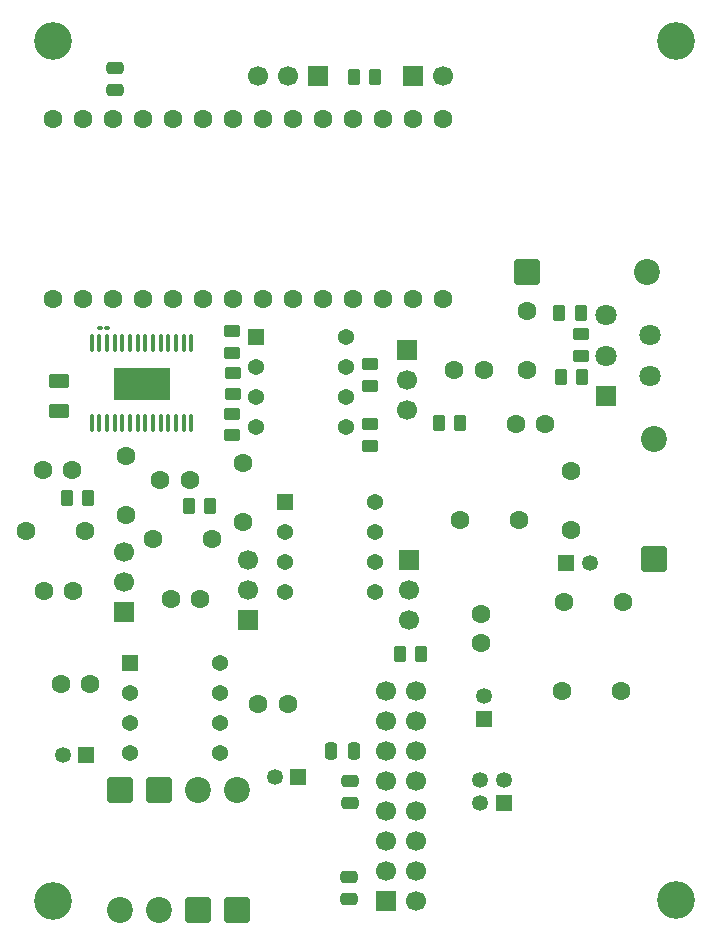
<source format=gbr>
%TF.GenerationSoftware,KiCad,Pcbnew,9.0.5-9.0.5~ubuntu24.04.1*%
%TF.CreationDate,2025-12-28T13:44:13+09:00*%
%TF.ProjectId,bdm-reverb,62646d2d-7265-4766-9572-622e6b696361,rev?*%
%TF.SameCoordinates,Original*%
%TF.FileFunction,Soldermask,Top*%
%TF.FilePolarity,Negative*%
%FSLAX46Y46*%
G04 Gerber Fmt 4.6, Leading zero omitted, Abs format (unit mm)*
G04 Created by KiCad (PCBNEW 9.0.5-9.0.5~ubuntu24.04.1) date 2025-12-28 13:44:13*
%MOMM*%
%LPD*%
G01*
G04 APERTURE LIST*
G04 Aperture macros list*
%AMRoundRect*
0 Rectangle with rounded corners*
0 $1 Rounding radius*
0 $2 $3 $4 $5 $6 $7 $8 $9 X,Y pos of 4 corners*
0 Add a 4 corners polygon primitive as box body*
4,1,4,$2,$3,$4,$5,$6,$7,$8,$9,$2,$3,0*
0 Add four circle primitives for the rounded corners*
1,1,$1+$1,$2,$3*
1,1,$1+$1,$4,$5*
1,1,$1+$1,$6,$7*
1,1,$1+$1,$8,$9*
0 Add four rect primitives between the rounded corners*
20,1,$1+$1,$2,$3,$4,$5,0*
20,1,$1+$1,$4,$5,$6,$7,0*
20,1,$1+$1,$6,$7,$8,$9,0*
20,1,$1+$1,$8,$9,$2,$3,0*%
G04 Aperture macros list end*
%ADD10C,1.600000*%
%ADD11R,1.350000X1.350000*%
%ADD12C,1.350000*%
%ADD13RoundRect,0.250000X-0.475000X0.250000X-0.475000X-0.250000X0.475000X-0.250000X0.475000X0.250000X0*%
%ADD14RoundRect,0.250000X-0.250000X-0.475000X0.250000X-0.475000X0.250000X0.475000X-0.250000X0.475000X0*%
%ADD15RoundRect,0.250000X0.475000X-0.250000X0.475000X0.250000X-0.475000X0.250000X-0.475000X-0.250000X0*%
%ADD16RoundRect,0.250000X0.262500X0.450000X-0.262500X0.450000X-0.262500X-0.450000X0.262500X-0.450000X0*%
%ADD17RoundRect,0.250000X0.450000X-0.262500X0.450000X0.262500X-0.450000X0.262500X-0.450000X-0.262500X0*%
%ADD18C,3.200000*%
%ADD19R,1.700000X1.700000*%
%ADD20C,1.700000*%
%ADD21C,1.371600*%
%ADD22R,1.371600X1.371600*%
%ADD23RoundRect,0.249999X0.850001X-0.850001X0.850001X0.850001X-0.850001X0.850001X-0.850001X-0.850001X0*%
%ADD24C,2.200000*%
%ADD25RoundRect,0.250000X-0.262500X-0.450000X0.262500X-0.450000X0.262500X0.450000X-0.262500X0.450000X0*%
%ADD26RoundRect,0.249999X-0.850001X-0.850001X0.850001X-0.850001X0.850001X0.850001X-0.850001X0.850001X0*%
%ADD27RoundRect,0.249999X-0.850001X0.850001X-0.850001X-0.850001X0.850001X-0.850001X0.850001X0.850001X0*%
%ADD28RoundRect,0.100000X-0.100000X0.637500X-0.100000X-0.637500X0.100000X-0.637500X0.100000X0.637500X0*%
%ADD29R,4.750000X2.740000*%
%ADD30RoundRect,0.250000X0.625000X-0.350000X0.625000X0.350000X-0.625000X0.350000X-0.625000X-0.350000X0*%
%ADD31RoundRect,0.100000X-0.130000X-0.100000X0.130000X-0.100000X0.130000X0.100000X-0.130000X0.100000X0*%
%ADD32RoundRect,0.250000X-0.450000X0.262500X-0.450000X-0.262500X0.450000X-0.262500X0.450000X0.262500X0*%
%ADD33R,1.800000X1.800000*%
%ADD34C,1.800000*%
G04 APERTURE END LIST*
D10*
%TO.C,C14*%
X206600000Y-80700000D03*
X211600000Y-80700000D03*
%TD*%
%TO.C,C9*%
X204300000Y-78700000D03*
X204300000Y-73700000D03*
%TD*%
D11*
%TO.C,J4*%
X241600000Y-82800000D03*
D12*
X243600000Y-82800000D03*
%TD*%
D11*
%TO.C,J3*%
X234600000Y-96000000D03*
D12*
X234600000Y-94000000D03*
%TD*%
D11*
%TO.C,J2*%
X218900000Y-100900000D03*
D12*
X216900000Y-100900000D03*
%TD*%
D13*
%TO.C,C40*%
X203400000Y-40850000D03*
X203400000Y-42750000D03*
%TD*%
D10*
%TO.C,C5*%
X201300000Y-93000000D03*
X198800000Y-93000000D03*
%TD*%
D14*
%TO.C,C39*%
X221700000Y-98700000D03*
X223600000Y-98700000D03*
%TD*%
D13*
%TO.C,C38*%
X223200000Y-109350000D03*
X223200000Y-111250000D03*
%TD*%
D15*
%TO.C,C37*%
X223300000Y-103100000D03*
X223300000Y-101200000D03*
%TD*%
D10*
%TO.C,C24*%
X237300000Y-71000000D03*
X239800000Y-71000000D03*
%TD*%
D16*
%TO.C,R12*%
X230787500Y-70900000D03*
X232612500Y-70900000D03*
%TD*%
D17*
%TO.C,R15*%
X242800000Y-63400000D03*
X242800000Y-65225000D03*
%TD*%
D16*
%TO.C,R14*%
X241000000Y-61600000D03*
X242825000Y-61600000D03*
%TD*%
%TO.C,R13*%
X241125000Y-67000000D03*
X242950000Y-67000000D03*
%TD*%
D10*
%TO.C,C22*%
X242000000Y-75000000D03*
X242000000Y-80000000D03*
%TD*%
%TO.C,C20*%
X232600000Y-79100000D03*
X237600000Y-79100000D03*
%TD*%
%TO.C,C23*%
X232100000Y-66400000D03*
X234600000Y-66400000D03*
%TD*%
D18*
%TO.C,REF\u002A\u002A*%
X198100000Y-111400000D03*
%TD*%
D19*
%TO.C,J6*%
X226300000Y-111360000D03*
D20*
X228840000Y-111360000D03*
X226300000Y-108820000D03*
X228840000Y-108820000D03*
X226300000Y-106280000D03*
X228840000Y-106280000D03*
X226300000Y-103740000D03*
X228840000Y-103740000D03*
X226300000Y-101200000D03*
X228840000Y-101200000D03*
X226300000Y-98660000D03*
X228840000Y-98660000D03*
X226300000Y-96120000D03*
X228840000Y-96120000D03*
X226300000Y-93580000D03*
X228840000Y-93580000D03*
%TD*%
D21*
%TO.C,U3*%
X222900000Y-63600000D03*
X222900000Y-66140000D03*
X222900000Y-68680000D03*
X222900000Y-71220000D03*
X215280000Y-71220000D03*
X215280000Y-68680000D03*
X215280000Y-66140000D03*
D22*
X215280000Y-63600000D03*
%TD*%
D10*
%TO.C,C21*%
X246200000Y-93600000D03*
X241200000Y-93600000D03*
%TD*%
D23*
%TO.C,D4*%
X213700000Y-112100000D03*
D24*
X213700000Y-101940000D03*
%TD*%
D25*
%TO.C,R16*%
X223587500Y-41600000D03*
X225412500Y-41600000D03*
%TD*%
D26*
%TO.C,D6*%
X238240000Y-58100000D03*
D24*
X248400000Y-58100000D03*
%TD*%
D19*
%TO.C,RV4*%
X228100000Y-64760000D03*
D20*
X228100000Y-67300000D03*
X228100000Y-69840000D03*
%TD*%
D25*
%TO.C,R1*%
X199287500Y-77300000D03*
X201112500Y-77300000D03*
%TD*%
D22*
%TO.C,U5*%
X217790000Y-77590000D03*
D21*
X217790000Y-80130000D03*
X217790000Y-82670000D03*
X217790000Y-85210000D03*
X225410000Y-85210000D03*
X225410000Y-82670000D03*
X225410000Y-80130000D03*
X225410000Y-77590000D03*
%TD*%
D17*
%TO.C,R6*%
X213250000Y-71950000D03*
X213250000Y-70125000D03*
%TD*%
D19*
%TO.C,RV1*%
X204100000Y-86940000D03*
D20*
X204100000Y-84400000D03*
X204100000Y-81860000D03*
%TD*%
D27*
%TO.C,D3*%
X207100000Y-101940000D03*
D24*
X207100000Y-112100000D03*
%TD*%
D17*
%TO.C,R7*%
X224925000Y-67737500D03*
X224925000Y-65912500D03*
%TD*%
D18*
%TO.C,REF\u002A\u002A*%
X198100000Y-38600000D03*
%TD*%
D19*
%TO.C,RV2*%
X214600000Y-87600000D03*
D20*
X214600000Y-85060000D03*
X214600000Y-82520000D03*
%TD*%
D19*
%TO.C,RV3*%
X228300000Y-82520000D03*
D20*
X228300000Y-85060000D03*
X228300000Y-87600000D03*
%TD*%
D19*
%TO.C,D7*%
X228625000Y-41500000D03*
D20*
X231165000Y-41500000D03*
%TD*%
D16*
%TO.C,R2*%
X211425000Y-77900000D03*
X209600000Y-77900000D03*
%TD*%
D18*
%TO.C,REF\u002A\u002A*%
X250900000Y-111300000D03*
%TD*%
D10*
%TO.C,C6*%
X218000000Y-94700000D03*
X215500000Y-94700000D03*
%TD*%
D28*
%TO.C,VM4220M1*%
X209845000Y-64172500D03*
X209195000Y-64172500D03*
X208545000Y-64172500D03*
X207895000Y-64172500D03*
X207245000Y-64172500D03*
X206595000Y-64172500D03*
X205945000Y-64172500D03*
X205295000Y-64172500D03*
X204645000Y-64172500D03*
X203995000Y-64172500D03*
X203345000Y-64172500D03*
X202695000Y-64172500D03*
X202045000Y-64172500D03*
X201395000Y-64172500D03*
X201395000Y-70897500D03*
X202045000Y-70897500D03*
X202695000Y-70897500D03*
X203345000Y-70897500D03*
X203995000Y-70897500D03*
X204645000Y-70897500D03*
X205295000Y-70897500D03*
X205945000Y-70897500D03*
X206595000Y-70897500D03*
X207245000Y-70897500D03*
X207895000Y-70897500D03*
X208545000Y-70897500D03*
X209195000Y-70897500D03*
X209845000Y-70897500D03*
D29*
X205620000Y-67585000D03*
%TD*%
D10*
%TO.C,C19*%
X234400000Y-89550000D03*
X234400000Y-87050000D03*
%TD*%
D23*
%TO.C,D2*%
X210400000Y-112100000D03*
D24*
X210400000Y-101940000D03*
%TD*%
D10*
%TO.C,C7*%
X199850000Y-85100000D03*
X197350000Y-85100000D03*
%TD*%
D30*
%TO.C,FB1*%
X198600000Y-69875000D03*
X198600000Y-67325000D03*
%TD*%
D25*
%TO.C,R11*%
X227487500Y-90500000D03*
X229312500Y-90500000D03*
%TD*%
D10*
%TO.C,C25*%
X246400000Y-86100000D03*
X241400000Y-86100000D03*
%TD*%
D27*
%TO.C,D1*%
X203800000Y-101940000D03*
D24*
X203800000Y-112100000D03*
%TD*%
D11*
%TO.C,J1*%
X200950000Y-99000000D03*
D12*
X198950000Y-99000000D03*
%TD*%
D19*
%TO.C,RV5*%
X220540000Y-41500000D03*
D20*
X218000000Y-41500000D03*
X215460000Y-41500000D03*
%TD*%
D18*
%TO.C,REF\u002A\u002A*%
X250900000Y-38600000D03*
%TD*%
D22*
%TO.C,U2*%
X204680000Y-91200000D03*
D21*
X204680000Y-93740000D03*
X204680000Y-96280000D03*
X204680000Y-98820000D03*
X212300000Y-98820000D03*
X212300000Y-96280000D03*
X212300000Y-93740000D03*
X212300000Y-91200000D03*
%TD*%
D31*
%TO.C,C27*%
X202080000Y-62900000D03*
X202720000Y-62900000D03*
%TD*%
D17*
%TO.C,R5*%
X224925000Y-72850000D03*
X224925000Y-71025000D03*
%TD*%
D10*
%TO.C,C10*%
X214200000Y-74300000D03*
X214200000Y-79300000D03*
%TD*%
D17*
%TO.C,R10*%
X213375000Y-68487500D03*
X213375000Y-66662500D03*
%TD*%
D32*
%TO.C,R3*%
X213300000Y-63162500D03*
X213300000Y-64987500D03*
%TD*%
D10*
%TO.C,C8*%
X210600000Y-85800000D03*
X208100000Y-85800000D03*
%TD*%
%TO.C,C26*%
X238300000Y-61400000D03*
X238300000Y-66400000D03*
%TD*%
%TO.C,U1*%
X198100000Y-60440000D03*
X200640000Y-60440000D03*
X203180000Y-60440000D03*
X205720000Y-60440000D03*
X208260000Y-60440000D03*
X210800000Y-60440000D03*
X213340000Y-60440000D03*
X215880000Y-60440000D03*
X218420000Y-60440000D03*
X220960000Y-60440000D03*
X223500000Y-60440000D03*
X226040000Y-60440000D03*
X228580000Y-60440000D03*
X231120000Y-60440000D03*
X231120000Y-45200000D03*
X228580000Y-45200000D03*
X226040000Y-45200000D03*
X223500000Y-45200000D03*
X220960000Y-45200000D03*
X218420000Y-45200000D03*
X215880000Y-45200000D03*
X213340000Y-45200000D03*
X210800000Y-45200000D03*
X208260000Y-45200000D03*
X205720000Y-45200000D03*
X203180000Y-45200000D03*
X200640000Y-45200000D03*
X198100000Y-45200000D03*
%TD*%
D11*
%TO.C,SW1*%
X236300000Y-103100000D03*
D12*
X234300000Y-103100000D03*
X236300000Y-101100000D03*
X234300000Y-101100000D03*
%TD*%
D10*
%TO.C,C11*%
X197250000Y-74850000D03*
X199750000Y-74850000D03*
%TD*%
%TO.C,C13*%
X207200000Y-75700000D03*
X209700000Y-75700000D03*
%TD*%
%TO.C,C12*%
X195875000Y-80075000D03*
X200875000Y-80075000D03*
%TD*%
D33*
%TO.C,U4*%
X244950000Y-68600000D03*
D34*
X248650000Y-66900000D03*
X244950000Y-65200000D03*
X248650000Y-63500000D03*
X244950000Y-61800000D03*
%TD*%
D23*
%TO.C,D5*%
X249000000Y-82400000D03*
D24*
X249000000Y-72240000D03*
%TD*%
M02*

</source>
